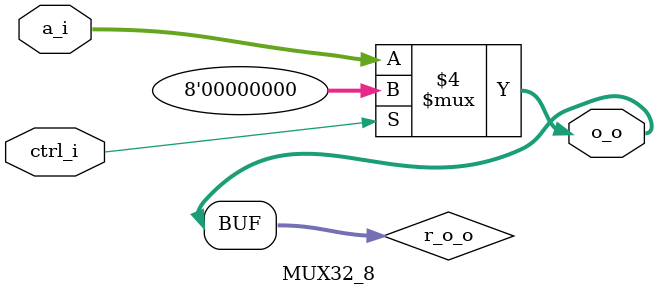
<source format=v>

module MUX32_8(a_i, ctrl_i, o_o);

input [7:0] a_i;
input ctrl_i;
output [7:0] o_o;

reg [7:0] r_o_o;

always @ (a_i or ctrl_i) begin
	if (ctrl_i == 1'b0) r_o_o = a_i;
	else r_o_o = 8'b00000000;
end

assign o_o = r_o_o;

endmodule

</source>
